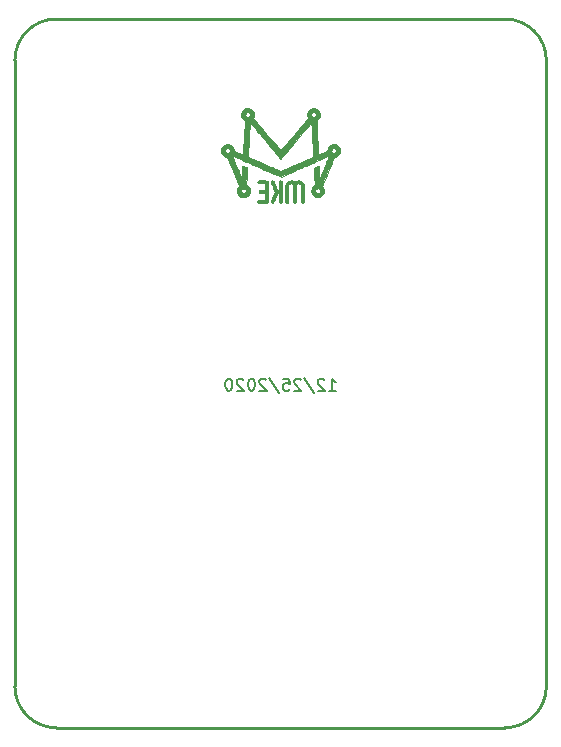
<source format=gbr>
%TF.GenerationSoftware,KiCad,Pcbnew,(5.1.8)-1*%
%TF.CreationDate,2020-12-28T19:23:03-06:00*%
%TF.ProjectId,Reaction Time Game,52656163-7469-46f6-9e20-54696d652047,rev?*%
%TF.SameCoordinates,Original*%
%TF.FileFunction,Legend,Bot*%
%TF.FilePolarity,Positive*%
%FSLAX46Y46*%
G04 Gerber Fmt 4.6, Leading zero omitted, Abs format (unit mm)*
G04 Created by KiCad (PCBNEW (5.1.8)-1) date 2020-12-28 19:23:03*
%MOMM*%
%LPD*%
G01*
G04 APERTURE LIST*
%ADD10C,0.150000*%
%TA.AperFunction,Profile*%
%ADD11C,0.254000*%
%TD*%
%ADD12C,0.010000*%
G04 APERTURE END LIST*
D10*
X104095238Y-101452380D02*
X104666666Y-101452380D01*
X104380952Y-101452380D02*
X104380952Y-100452380D01*
X104476190Y-100595238D01*
X104571428Y-100690476D01*
X104666666Y-100738095D01*
X103714285Y-100547619D02*
X103666666Y-100500000D01*
X103571428Y-100452380D01*
X103333333Y-100452380D01*
X103238095Y-100500000D01*
X103190476Y-100547619D01*
X103142857Y-100642857D01*
X103142857Y-100738095D01*
X103190476Y-100880952D01*
X103761904Y-101452380D01*
X103142857Y-101452380D01*
X102000000Y-100404761D02*
X102857142Y-101690476D01*
X101714285Y-100547619D02*
X101666666Y-100500000D01*
X101571428Y-100452380D01*
X101333333Y-100452380D01*
X101238095Y-100500000D01*
X101190476Y-100547619D01*
X101142857Y-100642857D01*
X101142857Y-100738095D01*
X101190476Y-100880952D01*
X101761904Y-101452380D01*
X101142857Y-101452380D01*
X100238095Y-100452380D02*
X100714285Y-100452380D01*
X100761904Y-100928571D01*
X100714285Y-100880952D01*
X100619047Y-100833333D01*
X100380952Y-100833333D01*
X100285714Y-100880952D01*
X100238095Y-100928571D01*
X100190476Y-101023809D01*
X100190476Y-101261904D01*
X100238095Y-101357142D01*
X100285714Y-101404761D01*
X100380952Y-101452380D01*
X100619047Y-101452380D01*
X100714285Y-101404761D01*
X100761904Y-101357142D01*
X99047619Y-100404761D02*
X99904761Y-101690476D01*
X98761904Y-100547619D02*
X98714285Y-100500000D01*
X98619047Y-100452380D01*
X98380952Y-100452380D01*
X98285714Y-100500000D01*
X98238095Y-100547619D01*
X98190476Y-100642857D01*
X98190476Y-100738095D01*
X98238095Y-100880952D01*
X98809523Y-101452380D01*
X98190476Y-101452380D01*
X97571428Y-100452380D02*
X97476190Y-100452380D01*
X97380952Y-100500000D01*
X97333333Y-100547619D01*
X97285714Y-100642857D01*
X97238095Y-100833333D01*
X97238095Y-101071428D01*
X97285714Y-101261904D01*
X97333333Y-101357142D01*
X97380952Y-101404761D01*
X97476190Y-101452380D01*
X97571428Y-101452380D01*
X97666666Y-101404761D01*
X97714285Y-101357142D01*
X97761904Y-101261904D01*
X97809523Y-101071428D01*
X97809523Y-100833333D01*
X97761904Y-100642857D01*
X97714285Y-100547619D01*
X97666666Y-100500000D01*
X97571428Y-100452380D01*
X96857142Y-100547619D02*
X96809523Y-100500000D01*
X96714285Y-100452380D01*
X96476190Y-100452380D01*
X96380952Y-100500000D01*
X96333333Y-100547619D01*
X96285714Y-100642857D01*
X96285714Y-100738095D01*
X96333333Y-100880952D01*
X96904761Y-101452380D01*
X96285714Y-101452380D01*
X95666666Y-100452380D02*
X95571428Y-100452380D01*
X95476190Y-100500000D01*
X95428571Y-100547619D01*
X95380952Y-100642857D01*
X95333333Y-100833333D01*
X95333333Y-101071428D01*
X95380952Y-101261904D01*
X95428571Y-101357142D01*
X95476190Y-101404761D01*
X95571428Y-101452380D01*
X95666666Y-101452380D01*
X95761904Y-101404761D01*
X95809523Y-101357142D01*
X95857142Y-101261904D01*
X95904761Y-101071428D01*
X95904761Y-100833333D01*
X95857142Y-100642857D01*
X95809523Y-100547619D01*
X95761904Y-100500000D01*
X95666666Y-100452380D01*
D11*
X122500000Y-73500000D02*
X122500000Y-126500000D01*
X77500000Y-126500000D02*
X77500000Y-73500000D01*
X81000000Y-130000000D02*
X119000000Y-130000000D01*
X81000000Y-70000000D02*
X119000000Y-70000000D01*
X122500000Y-126500000D02*
G75*
G02*
X119000000Y-130000000I-3500000J0D01*
G01*
X81000000Y-130000000D02*
G75*
G02*
X77500000Y-126500000I0J3500000D01*
G01*
X119000000Y-70000000D02*
G75*
G02*
X122500000Y-73500000I0J-3500000D01*
G01*
X77500000Y-73500000D02*
G75*
G02*
X81000000Y-70000000I3500000J0D01*
G01*
D12*
G36*
X101439561Y-83672335D02*
G01*
X101368948Y-83692363D01*
X101297875Y-83719691D01*
X101238935Y-83749428D01*
X101204718Y-83776683D01*
X101203454Y-83778564D01*
X101179595Y-83782591D01*
X101133040Y-83759752D01*
X101121945Y-83752463D01*
X101008731Y-83692674D01*
X100892885Y-83668223D01*
X100807113Y-83670317D01*
X100676551Y-83701730D01*
X100566866Y-83764975D01*
X100481620Y-83856854D01*
X100424380Y-83974165D01*
X100410319Y-84026573D01*
X100404088Y-84078217D01*
X100399293Y-84166797D01*
X100395977Y-84290199D01*
X100394181Y-84446306D01*
X100393947Y-84633002D01*
X100394910Y-84802552D01*
X100396581Y-84984940D01*
X100398395Y-85132213D01*
X100400567Y-85248335D01*
X100403316Y-85337266D01*
X100406857Y-85402970D01*
X100411408Y-85449408D01*
X100417186Y-85480543D01*
X100424407Y-85500338D01*
X100433288Y-85512754D01*
X100433801Y-85513273D01*
X100479578Y-85538000D01*
X100538568Y-85545701D01*
X100592044Y-85535373D01*
X100611228Y-85522772D01*
X100618026Y-85504483D01*
X100623942Y-85462492D01*
X100629088Y-85394321D01*
X100633573Y-85297491D01*
X100637507Y-85169523D01*
X100640999Y-85007938D01*
X100644160Y-84810256D01*
X100644769Y-84765656D01*
X100654539Y-84032282D01*
X100718347Y-83975295D01*
X100792867Y-83930345D01*
X100871134Y-83919075D01*
X100944404Y-83940022D01*
X101003935Y-83991726D01*
X101024828Y-84026544D01*
X101033022Y-84048926D01*
X101039636Y-84080635D01*
X101044829Y-84125646D01*
X101048759Y-84187939D01*
X101051586Y-84271491D01*
X101053467Y-84380280D01*
X101054562Y-84518282D01*
X101055029Y-84689476D01*
X101055077Y-84784419D01*
X101055077Y-85478548D01*
X101106558Y-85519043D01*
X101160577Y-85552493D01*
X101204828Y-85553224D01*
X101251807Y-85520633D01*
X101261119Y-85511580D01*
X101309077Y-85463622D01*
X101309077Y-84768148D01*
X101309245Y-84573218D01*
X101310078Y-84413559D01*
X101312067Y-84285366D01*
X101315705Y-84184833D01*
X101321484Y-84108154D01*
X101329896Y-84051525D01*
X101341435Y-84011140D01*
X101356591Y-83983193D01*
X101375857Y-83963880D01*
X101399726Y-83949394D01*
X101415993Y-83941650D01*
X101503942Y-83919579D01*
X101585591Y-83934244D01*
X101635257Y-83965435D01*
X101690077Y-84012563D01*
X101699846Y-84746304D01*
X101702620Y-84939426D01*
X101705417Y-85097073D01*
X101708421Y-85222844D01*
X101711819Y-85320343D01*
X101715794Y-85393168D01*
X101720531Y-85444923D01*
X101726215Y-85479207D01*
X101733031Y-85499621D01*
X101738923Y-85507926D01*
X101801698Y-85544620D01*
X101869883Y-85544068D01*
X101895231Y-85534116D01*
X101944077Y-85509548D01*
X101949191Y-84752677D01*
X101950401Y-84559903D01*
X101951065Y-84402217D01*
X101951027Y-84275630D01*
X101950131Y-84176157D01*
X101948221Y-84099809D01*
X101945142Y-84042599D01*
X101940737Y-84000540D01*
X101934849Y-83969644D01*
X101927323Y-83945924D01*
X101918004Y-83925392D01*
X101916711Y-83922864D01*
X101840472Y-83815046D01*
X101739492Y-83733121D01*
X101620912Y-83681487D01*
X101497121Y-83664498D01*
X101439561Y-83672335D01*
G37*
X101439561Y-83672335D02*
X101368948Y-83692363D01*
X101297875Y-83719691D01*
X101238935Y-83749428D01*
X101204718Y-83776683D01*
X101203454Y-83778564D01*
X101179595Y-83782591D01*
X101133040Y-83759752D01*
X101121945Y-83752463D01*
X101008731Y-83692674D01*
X100892885Y-83668223D01*
X100807113Y-83670317D01*
X100676551Y-83701730D01*
X100566866Y-83764975D01*
X100481620Y-83856854D01*
X100424380Y-83974165D01*
X100410319Y-84026573D01*
X100404088Y-84078217D01*
X100399293Y-84166797D01*
X100395977Y-84290199D01*
X100394181Y-84446306D01*
X100393947Y-84633002D01*
X100394910Y-84802552D01*
X100396581Y-84984940D01*
X100398395Y-85132213D01*
X100400567Y-85248335D01*
X100403316Y-85337266D01*
X100406857Y-85402970D01*
X100411408Y-85449408D01*
X100417186Y-85480543D01*
X100424407Y-85500338D01*
X100433288Y-85512754D01*
X100433801Y-85513273D01*
X100479578Y-85538000D01*
X100538568Y-85545701D01*
X100592044Y-85535373D01*
X100611228Y-85522772D01*
X100618026Y-85504483D01*
X100623942Y-85462492D01*
X100629088Y-85394321D01*
X100633573Y-85297491D01*
X100637507Y-85169523D01*
X100640999Y-85007938D01*
X100644160Y-84810256D01*
X100644769Y-84765656D01*
X100654539Y-84032282D01*
X100718347Y-83975295D01*
X100792867Y-83930345D01*
X100871134Y-83919075D01*
X100944404Y-83940022D01*
X101003935Y-83991726D01*
X101024828Y-84026544D01*
X101033022Y-84048926D01*
X101039636Y-84080635D01*
X101044829Y-84125646D01*
X101048759Y-84187939D01*
X101051586Y-84271491D01*
X101053467Y-84380280D01*
X101054562Y-84518282D01*
X101055029Y-84689476D01*
X101055077Y-84784419D01*
X101055077Y-85478548D01*
X101106558Y-85519043D01*
X101160577Y-85552493D01*
X101204828Y-85553224D01*
X101251807Y-85520633D01*
X101261119Y-85511580D01*
X101309077Y-85463622D01*
X101309077Y-84768148D01*
X101309245Y-84573218D01*
X101310078Y-84413559D01*
X101312067Y-84285366D01*
X101315705Y-84184833D01*
X101321484Y-84108154D01*
X101329896Y-84051525D01*
X101341435Y-84011140D01*
X101356591Y-83983193D01*
X101375857Y-83963880D01*
X101399726Y-83949394D01*
X101415993Y-83941650D01*
X101503942Y-83919579D01*
X101585591Y-83934244D01*
X101635257Y-83965435D01*
X101690077Y-84012563D01*
X101699846Y-84746304D01*
X101702620Y-84939426D01*
X101705417Y-85097073D01*
X101708421Y-85222844D01*
X101711819Y-85320343D01*
X101715794Y-85393168D01*
X101720531Y-85444923D01*
X101726215Y-85479207D01*
X101733031Y-85499621D01*
X101738923Y-85507926D01*
X101801698Y-85544620D01*
X101869883Y-85544068D01*
X101895231Y-85534116D01*
X101944077Y-85509548D01*
X101949191Y-84752677D01*
X101950401Y-84559903D01*
X101951065Y-84402217D01*
X101951027Y-84275630D01*
X101950131Y-84176157D01*
X101948221Y-84099809D01*
X101945142Y-84042599D01*
X101940737Y-84000540D01*
X101934849Y-83969644D01*
X101927323Y-83945924D01*
X101918004Y-83925392D01*
X101916711Y-83922864D01*
X101840472Y-83815046D01*
X101739492Y-83733121D01*
X101620912Y-83681487D01*
X101497121Y-83664498D01*
X101439561Y-83672335D01*
G36*
X99928977Y-83687142D02*
G01*
X99915105Y-83700038D01*
X99903074Y-83718533D01*
X99894375Y-83747265D01*
X99888501Y-83792069D01*
X99884948Y-83858782D01*
X99883206Y-83953240D01*
X99882769Y-84072554D01*
X99881601Y-84194053D01*
X99878321Y-84298739D01*
X99873266Y-84380381D01*
X99866772Y-84432748D01*
X99862544Y-84447130D01*
X99827386Y-84477620D01*
X99794488Y-84484923D01*
X99775554Y-84482767D01*
X99757529Y-84473659D01*
X99738165Y-84453636D01*
X99715214Y-84418736D01*
X99686428Y-84364998D01*
X99649561Y-84288460D01*
X99602364Y-84185159D01*
X99542589Y-84051133D01*
X99521914Y-84004445D01*
X99476348Y-83904355D01*
X99433714Y-83816000D01*
X99397417Y-83746048D01*
X99370862Y-83701164D01*
X99360631Y-83688731D01*
X99305648Y-83667811D01*
X99246516Y-83675070D01*
X99195321Y-83705025D01*
X99164149Y-83752189D01*
X99159846Y-83779837D01*
X99167696Y-83807887D01*
X99189682Y-83865747D01*
X99223463Y-83947794D01*
X99266696Y-84048408D01*
X99317039Y-84161966D01*
X99342585Y-84218421D01*
X99394535Y-84334473D01*
X99439480Y-84438744D01*
X99475304Y-84525996D01*
X99499890Y-84590989D01*
X99511121Y-84628481D01*
X99511033Y-84635315D01*
X99495869Y-84661126D01*
X99468797Y-84716069D01*
X99432670Y-84793601D01*
X99390340Y-84887176D01*
X99344659Y-84990254D01*
X99298481Y-85096289D01*
X99254657Y-85198738D01*
X99216041Y-85291059D01*
X99185485Y-85366707D01*
X99165841Y-85419140D01*
X99159846Y-85440892D01*
X99175290Y-85478346D01*
X99212291Y-85519100D01*
X99256852Y-85550236D01*
X99288392Y-85559538D01*
X99320021Y-85549668D01*
X99355041Y-85518003D01*
X99395399Y-85461458D01*
X99443043Y-85376951D01*
X99499923Y-85261397D01*
X99560004Y-85129692D01*
X99624175Y-84987375D01*
X99675849Y-84878350D01*
X99717320Y-84799738D01*
X99750880Y-84748661D01*
X99778824Y-84722242D01*
X99803444Y-84717601D01*
X99827034Y-84731862D01*
X99851888Y-84762145D01*
X99852354Y-84762809D01*
X99863953Y-84786434D01*
X99872312Y-84822971D01*
X99877895Y-84878193D01*
X99881169Y-84957875D01*
X99882600Y-85067791D01*
X99882769Y-85140074D01*
X99883453Y-85272481D01*
X99886277Y-85371188D01*
X99892402Y-85441561D01*
X99902990Y-85488965D01*
X99919202Y-85518764D01*
X99942198Y-85536325D01*
X99970692Y-85546376D01*
X100020465Y-85547616D01*
X100052454Y-85539681D01*
X100096025Y-85509395D01*
X100115954Y-85483771D01*
X100121892Y-85452260D01*
X100126842Y-85381900D01*
X100130801Y-85272906D01*
X100133762Y-85125493D01*
X100135721Y-84939876D01*
X100136672Y-84716271D01*
X100136769Y-84606073D01*
X100136718Y-84403032D01*
X100136454Y-84235409D01*
X100135810Y-84099543D01*
X100134619Y-83991775D01*
X100132717Y-83908445D01*
X100129935Y-83845894D01*
X100126107Y-83800461D01*
X100121067Y-83768488D01*
X100114649Y-83746315D01*
X100106686Y-83730282D01*
X100097012Y-83716728D01*
X100096274Y-83715789D01*
X100044343Y-83675113D01*
X99984444Y-83665205D01*
X99928977Y-83687142D01*
G37*
X99928977Y-83687142D02*
X99915105Y-83700038D01*
X99903074Y-83718533D01*
X99894375Y-83747265D01*
X99888501Y-83792069D01*
X99884948Y-83858782D01*
X99883206Y-83953240D01*
X99882769Y-84072554D01*
X99881601Y-84194053D01*
X99878321Y-84298739D01*
X99873266Y-84380381D01*
X99866772Y-84432748D01*
X99862544Y-84447130D01*
X99827386Y-84477620D01*
X99794488Y-84484923D01*
X99775554Y-84482767D01*
X99757529Y-84473659D01*
X99738165Y-84453636D01*
X99715214Y-84418736D01*
X99686428Y-84364998D01*
X99649561Y-84288460D01*
X99602364Y-84185159D01*
X99542589Y-84051133D01*
X99521914Y-84004445D01*
X99476348Y-83904355D01*
X99433714Y-83816000D01*
X99397417Y-83746048D01*
X99370862Y-83701164D01*
X99360631Y-83688731D01*
X99305648Y-83667811D01*
X99246516Y-83675070D01*
X99195321Y-83705025D01*
X99164149Y-83752189D01*
X99159846Y-83779837D01*
X99167696Y-83807887D01*
X99189682Y-83865747D01*
X99223463Y-83947794D01*
X99266696Y-84048408D01*
X99317039Y-84161966D01*
X99342585Y-84218421D01*
X99394535Y-84334473D01*
X99439480Y-84438744D01*
X99475304Y-84525996D01*
X99499890Y-84590989D01*
X99511121Y-84628481D01*
X99511033Y-84635315D01*
X99495869Y-84661126D01*
X99468797Y-84716069D01*
X99432670Y-84793601D01*
X99390340Y-84887176D01*
X99344659Y-84990254D01*
X99298481Y-85096289D01*
X99254657Y-85198738D01*
X99216041Y-85291059D01*
X99185485Y-85366707D01*
X99165841Y-85419140D01*
X99159846Y-85440892D01*
X99175290Y-85478346D01*
X99212291Y-85519100D01*
X99256852Y-85550236D01*
X99288392Y-85559538D01*
X99320021Y-85549668D01*
X99355041Y-85518003D01*
X99395399Y-85461458D01*
X99443043Y-85376951D01*
X99499923Y-85261397D01*
X99560004Y-85129692D01*
X99624175Y-84987375D01*
X99675849Y-84878350D01*
X99717320Y-84799738D01*
X99750880Y-84748661D01*
X99778824Y-84722242D01*
X99803444Y-84717601D01*
X99827034Y-84731862D01*
X99851888Y-84762145D01*
X99852354Y-84762809D01*
X99863953Y-84786434D01*
X99872312Y-84822971D01*
X99877895Y-84878193D01*
X99881169Y-84957875D01*
X99882600Y-85067791D01*
X99882769Y-85140074D01*
X99883453Y-85272481D01*
X99886277Y-85371188D01*
X99892402Y-85441561D01*
X99902990Y-85488965D01*
X99919202Y-85518764D01*
X99942198Y-85536325D01*
X99970692Y-85546376D01*
X100020465Y-85547616D01*
X100052454Y-85539681D01*
X100096025Y-85509395D01*
X100115954Y-85483771D01*
X100121892Y-85452260D01*
X100126842Y-85381900D01*
X100130801Y-85272906D01*
X100133762Y-85125493D01*
X100135721Y-84939876D01*
X100136672Y-84716271D01*
X100136769Y-84606073D01*
X100136718Y-84403032D01*
X100136454Y-84235409D01*
X100135810Y-84099543D01*
X100134619Y-83991775D01*
X100132717Y-83908445D01*
X100129935Y-83845894D01*
X100126107Y-83800461D01*
X100121067Y-83768488D01*
X100114649Y-83746315D01*
X100106686Y-83730282D01*
X100097012Y-83716728D01*
X100096274Y-83715789D01*
X100044343Y-83675113D01*
X99984444Y-83665205D01*
X99928977Y-83687142D01*
G36*
X98332198Y-83664621D02*
G01*
X98235038Y-83665893D01*
X98165761Y-83668618D01*
X98118771Y-83673291D01*
X98088471Y-83680408D01*
X98069267Y-83690462D01*
X98058951Y-83700038D01*
X98030709Y-83757695D01*
X98032601Y-83824319D01*
X98054307Y-83870612D01*
X98068766Y-83885605D01*
X98091012Y-83896366D01*
X98127487Y-83903804D01*
X98184636Y-83908831D01*
X98268902Y-83912358D01*
X98367450Y-83914873D01*
X98652902Y-83921208D01*
X98647489Y-84198181D01*
X98642077Y-84475154D01*
X98418067Y-84484923D01*
X98321514Y-84489517D01*
X98256458Y-84494513D01*
X98215344Y-84501752D01*
X98190619Y-84513074D01*
X98174729Y-84530321D01*
X98164986Y-84546604D01*
X98146601Y-84594258D01*
X98154659Y-84639091D01*
X98159180Y-84649573D01*
X98184397Y-84687339D01*
X98223958Y-84713292D01*
X98284273Y-84729289D01*
X98371750Y-84737187D01*
X98467503Y-84738923D01*
X98651846Y-84738923D01*
X98651846Y-85010371D01*
X98651235Y-85120747D01*
X98648967Y-85198043D01*
X98644388Y-85248246D01*
X98636846Y-85277338D01*
X98625688Y-85291306D01*
X98620941Y-85293679D01*
X98590376Y-85298186D01*
X98529318Y-85301906D01*
X98446346Y-85304475D01*
X98350042Y-85305530D01*
X98340661Y-85305538D01*
X98235316Y-85306195D01*
X98161963Y-85308762D01*
X98113534Y-85314136D01*
X98082957Y-85323215D01*
X98063162Y-85336895D01*
X98058951Y-85341269D01*
X98032642Y-85393495D01*
X98028551Y-85454904D01*
X98041966Y-85494816D01*
X98069901Y-85518227D01*
X98111324Y-85538777D01*
X98152338Y-85546533D01*
X98223431Y-85552270D01*
X98315862Y-85556002D01*
X98420890Y-85557740D01*
X98529774Y-85557497D01*
X98633772Y-85555284D01*
X98724143Y-85551114D01*
X98792148Y-85544999D01*
X98827141Y-85537788D01*
X98869266Y-85514764D01*
X98890342Y-85495065D01*
X98893442Y-85471201D01*
X98896337Y-85412320D01*
X98898958Y-85322480D01*
X98901236Y-85205739D01*
X98903102Y-85066158D01*
X98904488Y-84907793D01*
X98905324Y-84734706D01*
X98905547Y-84600297D01*
X98905541Y-84392524D01*
X98905277Y-84220334D01*
X98904616Y-84080233D01*
X98903423Y-83968727D01*
X98901559Y-83882321D01*
X98898889Y-83817522D01*
X98895275Y-83770836D01*
X98890581Y-83738769D01*
X98884668Y-83717826D01*
X98877401Y-83704515D01*
X98870116Y-83696643D01*
X98852575Y-83685150D01*
X98825341Y-83676686D01*
X98782889Y-83670812D01*
X98719696Y-83667089D01*
X98630237Y-83665080D01*
X98508990Y-83664345D01*
X98462836Y-83664308D01*
X98332198Y-83664621D01*
G37*
X98332198Y-83664621D02*
X98235038Y-83665893D01*
X98165761Y-83668618D01*
X98118771Y-83673291D01*
X98088471Y-83680408D01*
X98069267Y-83690462D01*
X98058951Y-83700038D01*
X98030709Y-83757695D01*
X98032601Y-83824319D01*
X98054307Y-83870612D01*
X98068766Y-83885605D01*
X98091012Y-83896366D01*
X98127487Y-83903804D01*
X98184636Y-83908831D01*
X98268902Y-83912358D01*
X98367450Y-83914873D01*
X98652902Y-83921208D01*
X98647489Y-84198181D01*
X98642077Y-84475154D01*
X98418067Y-84484923D01*
X98321514Y-84489517D01*
X98256458Y-84494513D01*
X98215344Y-84501752D01*
X98190619Y-84513074D01*
X98174729Y-84530321D01*
X98164986Y-84546604D01*
X98146601Y-84594258D01*
X98154659Y-84639091D01*
X98159180Y-84649573D01*
X98184397Y-84687339D01*
X98223958Y-84713292D01*
X98284273Y-84729289D01*
X98371750Y-84737187D01*
X98467503Y-84738923D01*
X98651846Y-84738923D01*
X98651846Y-85010371D01*
X98651235Y-85120747D01*
X98648967Y-85198043D01*
X98644388Y-85248246D01*
X98636846Y-85277338D01*
X98625688Y-85291306D01*
X98620941Y-85293679D01*
X98590376Y-85298186D01*
X98529318Y-85301906D01*
X98446346Y-85304475D01*
X98350042Y-85305530D01*
X98340661Y-85305538D01*
X98235316Y-85306195D01*
X98161963Y-85308762D01*
X98113534Y-85314136D01*
X98082957Y-85323215D01*
X98063162Y-85336895D01*
X98058951Y-85341269D01*
X98032642Y-85393495D01*
X98028551Y-85454904D01*
X98041966Y-85494816D01*
X98069901Y-85518227D01*
X98111324Y-85538777D01*
X98152338Y-85546533D01*
X98223431Y-85552270D01*
X98315862Y-85556002D01*
X98420890Y-85557740D01*
X98529774Y-85557497D01*
X98633772Y-85555284D01*
X98724143Y-85551114D01*
X98792148Y-85544999D01*
X98827141Y-85537788D01*
X98869266Y-85514764D01*
X98890342Y-85495065D01*
X98893442Y-85471201D01*
X98896337Y-85412320D01*
X98898958Y-85322480D01*
X98901236Y-85205739D01*
X98903102Y-85066158D01*
X98904488Y-84907793D01*
X98905324Y-84734706D01*
X98905547Y-84600297D01*
X98905541Y-84392524D01*
X98905277Y-84220334D01*
X98904616Y-84080233D01*
X98903423Y-83968727D01*
X98901559Y-83882321D01*
X98898889Y-83817522D01*
X98895275Y-83770836D01*
X98890581Y-83738769D01*
X98884668Y-83717826D01*
X98877401Y-83704515D01*
X98870116Y-83696643D01*
X98852575Y-83685150D01*
X98825341Y-83676686D01*
X98782889Y-83670812D01*
X98719696Y-83667089D01*
X98630237Y-83665080D01*
X98508990Y-83664345D01*
X98462836Y-83664308D01*
X98332198Y-83664621D01*
G36*
X102690977Y-77554685D02*
G01*
X102604789Y-77574679D01*
X102479727Y-77640221D01*
X102378945Y-77732408D01*
X102305045Y-77845370D01*
X102260628Y-77973240D01*
X102248294Y-78110150D01*
X102270645Y-78250232D01*
X102285574Y-78294839D01*
X102306880Y-78356830D01*
X102312471Y-78394923D01*
X102303457Y-78420488D01*
X102298482Y-78426933D01*
X102183664Y-78562303D01*
X102048615Y-78721331D01*
X101897511Y-78899116D01*
X101734523Y-79090756D01*
X101563827Y-79291350D01*
X101389594Y-79495999D01*
X101215998Y-79699801D01*
X101047214Y-79897854D01*
X100887413Y-80085259D01*
X100740770Y-80257114D01*
X100611459Y-80408519D01*
X100512738Y-80523957D01*
X99998102Y-81125221D01*
X98863810Y-79801034D01*
X98695620Y-79604592D01*
X98534367Y-79416071D01*
X98381913Y-79237657D01*
X98240120Y-79071536D01*
X98110848Y-78919895D01*
X97995958Y-78784921D01*
X97897313Y-78668799D01*
X97816772Y-78573717D01*
X97756198Y-78501860D01*
X97717451Y-78455416D01*
X97702584Y-78436868D01*
X97688682Y-78408443D01*
X97688567Y-78375376D01*
X97703293Y-78324956D01*
X97714364Y-78295005D01*
X97748411Y-78155090D01*
X97747641Y-78082337D01*
X97405292Y-78082337D01*
X97388992Y-78170368D01*
X97344836Y-78237138D01*
X97279946Y-78278265D01*
X97201441Y-78289364D01*
X97116443Y-78266054D01*
X97111141Y-78263388D01*
X97053065Y-78214336D01*
X97020528Y-78147337D01*
X97013001Y-78072444D01*
X97029953Y-77999708D01*
X97070854Y-77939184D01*
X97130168Y-77902580D01*
X97201458Y-77884020D01*
X97256107Y-77889802D01*
X97310190Y-77923262D01*
X97335241Y-77945120D01*
X97381115Y-77994204D01*
X97401590Y-78039891D01*
X97405292Y-78082337D01*
X97747641Y-78082337D01*
X97746943Y-78016490D01*
X97712555Y-77885066D01*
X97647844Y-77766678D01*
X97555407Y-77667187D01*
X97437839Y-77592453D01*
X97395212Y-77574679D01*
X97342013Y-77562192D01*
X97267914Y-77553343D01*
X97206000Y-77550446D01*
X97065061Y-77565856D01*
X96940661Y-77616039D01*
X96829862Y-77702327D01*
X96799454Y-77734749D01*
X96718466Y-77853544D01*
X96673259Y-77981483D01*
X96663147Y-78113676D01*
X96687440Y-78245233D01*
X96745451Y-78371262D01*
X96836492Y-78486875D01*
X96914922Y-78555540D01*
X96965766Y-78594077D01*
X96888806Y-80010615D01*
X96875997Y-80242414D01*
X96863396Y-80462889D01*
X96851206Y-80668921D01*
X96839633Y-80857394D01*
X96828880Y-81025191D01*
X96819151Y-81169194D01*
X96810651Y-81286286D01*
X96803583Y-81373350D01*
X96798153Y-81427269D01*
X96794872Y-81444843D01*
X96771843Y-81443133D01*
X96717788Y-81426435D01*
X96637055Y-81396363D01*
X96533995Y-81354531D01*
X96420450Y-81305843D01*
X96063000Y-81149154D01*
X96059747Y-81136745D01*
X95701524Y-81136745D01*
X95689677Y-81208448D01*
X95649664Y-81273585D01*
X95594077Y-81316553D01*
X95516843Y-81338197D01*
X95435634Y-81326082D01*
X95371548Y-81289207D01*
X95316951Y-81221093D01*
X95296976Y-81142223D01*
X95313418Y-81060795D01*
X95319012Y-81049106D01*
X95361084Y-80990342D01*
X95417503Y-80958663D01*
X95498615Y-80948510D01*
X95506373Y-80948461D01*
X95587629Y-80964334D01*
X95648544Y-81006478D01*
X95687161Y-81066685D01*
X95701524Y-81136745D01*
X96059747Y-81136745D01*
X96031679Y-81029684D01*
X95976959Y-80887180D01*
X95896900Y-80770391D01*
X95796021Y-80681475D01*
X95678842Y-80622589D01*
X95549884Y-80595891D01*
X95413667Y-80603538D01*
X95274712Y-80647687D01*
X95252994Y-80658049D01*
X95131939Y-80737201D01*
X95043361Y-80837754D01*
X94986861Y-80960371D01*
X94962040Y-81105715D01*
X94960754Y-81143846D01*
X94977789Y-81284107D01*
X95029145Y-81411641D01*
X95110769Y-81521093D01*
X95218607Y-81607108D01*
X95348606Y-81664330D01*
X95356431Y-81666567D01*
X95420049Y-81685836D01*
X95459939Y-81706412D01*
X95488260Y-81738787D01*
X95517172Y-81793453D01*
X95526702Y-81813492D01*
X95543666Y-81852133D01*
X95573653Y-81923520D01*
X95615214Y-82024099D01*
X95666904Y-82150317D01*
X95727276Y-82298621D01*
X95794884Y-82465457D01*
X95868280Y-82647271D01*
X95946018Y-82840509D01*
X96024491Y-83036223D01*
X96468053Y-84144293D01*
X96408059Y-84238894D01*
X96344545Y-84372408D01*
X96318038Y-84510822D01*
X96328484Y-84649014D01*
X96375829Y-84781863D01*
X96414495Y-84846384D01*
X96511376Y-84955456D01*
X96625420Y-85032452D01*
X96750948Y-85076684D01*
X96882282Y-85087461D01*
X97013743Y-85064092D01*
X97139653Y-85005887D01*
X97220987Y-84944459D01*
X97313043Y-84844133D01*
X97370468Y-84736428D01*
X97396459Y-84613380D01*
X97396945Y-84541697D01*
X97061641Y-84541697D01*
X97059133Y-84584111D01*
X97025746Y-84653517D01*
X96966629Y-84704561D01*
X96892508Y-84732948D01*
X96814112Y-84734381D01*
X96748135Y-84708663D01*
X96695058Y-84653026D01*
X96667796Y-84580184D01*
X96666993Y-84501959D01*
X96693292Y-84430173D01*
X96730669Y-84388077D01*
X96794312Y-84358397D01*
X96873591Y-84348164D01*
X96949446Y-84358849D01*
X96974477Y-84369265D01*
X97015598Y-84409530D01*
X97046790Y-84472434D01*
X97061641Y-84541697D01*
X97396945Y-84541697D01*
X97397192Y-84505315D01*
X97388352Y-84421858D01*
X97373643Y-84346907D01*
X97356320Y-84296325D01*
X97310400Y-84227845D01*
X97245931Y-84154757D01*
X97177618Y-84092982D01*
X97151054Y-84074072D01*
X97105878Y-84045308D01*
X97146209Y-83324052D01*
X97155197Y-83160361D01*
X97163171Y-83009374D01*
X97169925Y-82875433D01*
X97175254Y-82762879D01*
X97178953Y-82676055D01*
X97180816Y-82619304D01*
X97180639Y-82596966D01*
X97180561Y-82596817D01*
X97160151Y-82585958D01*
X97113333Y-82564466D01*
X97048799Y-82536040D01*
X96975242Y-82504380D01*
X96901354Y-82473187D01*
X96835830Y-82446162D01*
X96787360Y-82427003D01*
X96764638Y-82419411D01*
X96763991Y-82419497D01*
X96761661Y-82439472D01*
X96757526Y-82493368D01*
X96751917Y-82576086D01*
X96745168Y-82682530D01*
X96737612Y-82807600D01*
X96729581Y-82946200D01*
X96729420Y-82949042D01*
X96721260Y-83088072D01*
X96713356Y-83213864D01*
X96706072Y-83321277D01*
X96699775Y-83405170D01*
X96694829Y-83460402D01*
X96691599Y-83481833D01*
X96691565Y-83481871D01*
X96681407Y-83467026D01*
X96657609Y-83416937D01*
X96620662Y-83332794D01*
X96571061Y-83215784D01*
X96509299Y-83067095D01*
X96435869Y-82887914D01*
X96351266Y-82679431D01*
X96255982Y-82442833D01*
X96151546Y-82181903D01*
X96094834Y-82038897D01*
X96043534Y-81907743D01*
X95999281Y-81792765D01*
X95963712Y-81698287D01*
X95938461Y-81628632D01*
X95925164Y-81588126D01*
X95923680Y-81579499D01*
X95943672Y-81583882D01*
X95993171Y-81601773D01*
X96066002Y-81630744D01*
X96155994Y-81668367D01*
X96222532Y-81697081D01*
X96336075Y-81746699D01*
X96467827Y-81804331D01*
X96613427Y-81868064D01*
X96768516Y-81935987D01*
X96928734Y-82006187D01*
X97089719Y-82076753D01*
X97247112Y-82145771D01*
X97396553Y-82211330D01*
X97533682Y-82271518D01*
X97654138Y-82324422D01*
X97753561Y-82368132D01*
X97827592Y-82400733D01*
X97871869Y-82420315D01*
X97880077Y-82423985D01*
X97910504Y-82437469D01*
X97972552Y-82464753D01*
X98062028Y-82504003D01*
X98174742Y-82553382D01*
X98306501Y-82611055D01*
X98453115Y-82675185D01*
X98610391Y-82743936D01*
X98661616Y-82766319D01*
X98821388Y-82836143D01*
X98971821Y-82901920D01*
X99108725Y-82961812D01*
X99227907Y-83013986D01*
X99325176Y-83056606D01*
X99396342Y-83087837D01*
X99437212Y-83105845D01*
X99443154Y-83108491D01*
X99482630Y-83125923D01*
X99549335Y-83155077D01*
X99634619Y-83192183D01*
X99729835Y-83233474D01*
X99750157Y-83242270D01*
X99998546Y-83349736D01*
X100805234Y-82997953D01*
X100973954Y-82924353D01*
X101133300Y-82854795D01*
X101279345Y-82790998D01*
X101408161Y-82734679D01*
X101515821Y-82687556D01*
X101598396Y-82651346D01*
X101651960Y-82627768D01*
X101670539Y-82619496D01*
X101706837Y-82603294D01*
X101775985Y-82572742D01*
X101875027Y-82529137D01*
X102001006Y-82473776D01*
X102150963Y-82407956D01*
X102321943Y-82332975D01*
X102510988Y-82250129D01*
X102715141Y-82160715D01*
X102931445Y-82066031D01*
X103156943Y-81967373D01*
X103262923Y-81921023D01*
X103457231Y-81836148D01*
X103618713Y-81765857D01*
X103750283Y-81708934D01*
X103848687Y-81666805D01*
X102754923Y-81666805D01*
X101968500Y-82010569D01*
X101774753Y-82095310D01*
X101567342Y-82186115D01*
X101354452Y-82279394D01*
X101144268Y-82371559D01*
X100944975Y-82459021D01*
X100764758Y-82538190D01*
X100611802Y-82605477D01*
X100605692Y-82608167D01*
X100464975Y-82669845D01*
X100335236Y-82726151D01*
X100220913Y-82775202D01*
X100126447Y-82815116D01*
X100056278Y-82844009D01*
X100014845Y-82859998D01*
X100005781Y-82862616D01*
X99981331Y-82855357D01*
X99926935Y-82834759D01*
X99848433Y-82803179D01*
X99751664Y-82762972D01*
X99642469Y-82716495D01*
X99624781Y-82708870D01*
X99542345Y-82673137D01*
X99430771Y-82624573D01*
X99295191Y-82565427D01*
X99140739Y-82497947D01*
X98972545Y-82424384D01*
X98795742Y-82346985D01*
X98615462Y-82268000D01*
X98436838Y-82189678D01*
X98265000Y-82114269D01*
X98105082Y-82044020D01*
X97962216Y-81981183D01*
X97841533Y-81928004D01*
X97748166Y-81886734D01*
X97704231Y-81867214D01*
X97652622Y-81844362D01*
X97577162Y-81811145D01*
X97489817Y-81772823D01*
X97435577Y-81749085D01*
X97350250Y-81710886D01*
X97294866Y-81682859D01*
X97263129Y-81660559D01*
X97248741Y-81639542D01*
X97245406Y-81615362D01*
X97245409Y-81614863D01*
X97246589Y-81569927D01*
X97249638Y-81492095D01*
X97254354Y-81385207D01*
X97260533Y-81253101D01*
X97267971Y-81099620D01*
X97276466Y-80928601D01*
X97285814Y-80743887D01*
X97295813Y-80549315D01*
X97306257Y-80348727D01*
X97316945Y-80145962D01*
X97327673Y-79944860D01*
X97338238Y-79749262D01*
X97348436Y-79563006D01*
X97358064Y-79389934D01*
X97366919Y-79233885D01*
X97374798Y-79098698D01*
X97381496Y-78988215D01*
X97386812Y-78906275D01*
X97390541Y-78856718D01*
X97392146Y-78843192D01*
X97411450Y-78820478D01*
X97418869Y-78818769D01*
X97435067Y-78833223D01*
X97475291Y-78876650D01*
X97539621Y-78949142D01*
X97628136Y-79050795D01*
X97740919Y-79181702D01*
X97878048Y-79341959D01*
X98039604Y-79531659D01*
X98225668Y-79750896D01*
X98436321Y-79999766D01*
X98671642Y-80278362D01*
X98931711Y-80586779D01*
X99216610Y-80925111D01*
X99404077Y-81147950D01*
X99523086Y-81289218D01*
X99634404Y-81420889D01*
X99735519Y-81540024D01*
X99823916Y-81643685D01*
X99897084Y-81728932D01*
X99952510Y-81792826D01*
X99987680Y-81832429D01*
X100000000Y-81844884D01*
X100013780Y-81830284D01*
X100050829Y-81787963D01*
X100109278Y-81720120D01*
X100187259Y-81628953D01*
X100282904Y-81516662D01*
X100394346Y-81385443D01*
X100519716Y-81237497D01*
X100657145Y-81075022D01*
X100804766Y-80900215D01*
X100960710Y-80715275D01*
X101055077Y-80603235D01*
X101283475Y-80331927D01*
X101488002Y-80088972D01*
X101669984Y-79872858D01*
X101830746Y-79682068D01*
X101971615Y-79515088D01*
X102093915Y-79370403D01*
X102198973Y-79246500D01*
X102288114Y-79141863D01*
X102362665Y-79054977D01*
X102423950Y-78984328D01*
X102473295Y-78928402D01*
X102512026Y-78885683D01*
X102541470Y-78854658D01*
X102562951Y-78833811D01*
X102577795Y-78821628D01*
X102587328Y-78816595D01*
X102592877Y-78817196D01*
X102595765Y-78821917D01*
X102597320Y-78829243D01*
X102598866Y-78837661D01*
X102599217Y-78839066D01*
X102602068Y-78850723D01*
X102604774Y-78865050D01*
X102607502Y-78884707D01*
X102610417Y-78912355D01*
X102613685Y-78950656D01*
X102617473Y-79002270D01*
X102621947Y-79069860D01*
X102627271Y-79156087D01*
X102633613Y-79263611D01*
X102641138Y-79395095D01*
X102650012Y-79553199D01*
X102660401Y-79740584D01*
X102672471Y-79959913D01*
X102686389Y-80213845D01*
X102696650Y-80401384D01*
X102707689Y-80605020D01*
X102718044Y-80799560D01*
X102727517Y-80981013D01*
X102735906Y-81145385D01*
X102743014Y-81288684D01*
X102748639Y-81406917D01*
X102752582Y-81496091D01*
X102754645Y-81552215D01*
X102754908Y-81566518D01*
X102754923Y-81666805D01*
X103848687Y-81666805D01*
X103854854Y-81664165D01*
X103935342Y-81630333D01*
X103994660Y-81606223D01*
X104035721Y-81590620D01*
X104061442Y-81582307D01*
X104074734Y-81580070D01*
X104077901Y-81581080D01*
X104072408Y-81600081D01*
X104053856Y-81651170D01*
X104023889Y-81730231D01*
X103984149Y-81833148D01*
X103936280Y-81955803D01*
X103881924Y-82094079D01*
X103822724Y-82243859D01*
X103760323Y-82401026D01*
X103696365Y-82561463D01*
X103632491Y-82721054D01*
X103570346Y-82875681D01*
X103511571Y-83021228D01*
X103457810Y-83153576D01*
X103410706Y-83268610D01*
X103371902Y-83362213D01*
X103343040Y-83430267D01*
X103325763Y-83468655D01*
X103321901Y-83475529D01*
X103315592Y-83474741D01*
X103309491Y-83456601D01*
X103303318Y-83418024D01*
X103296796Y-83355925D01*
X103289644Y-83267218D01*
X103281585Y-83148818D01*
X103272339Y-82997640D01*
X103261629Y-82810599D01*
X103261294Y-82804615D01*
X103254499Y-82687102D01*
X103248103Y-82583795D01*
X103242514Y-82500708D01*
X103238138Y-82443853D01*
X103235383Y-82419243D01*
X103235169Y-82418730D01*
X103216501Y-82424121D01*
X103169274Y-82442422D01*
X103100671Y-82470742D01*
X103019740Y-82505382D01*
X102809123Y-82596921D01*
X102820802Y-82744729D01*
X102825187Y-82808855D01*
X102830781Y-82903755D01*
X102837141Y-83021160D01*
X102843823Y-83152804D01*
X102850385Y-83290417D01*
X102852287Y-83332154D01*
X102858589Y-83469032D01*
X102864940Y-83601605D01*
X102870936Y-83721832D01*
X102876172Y-83821671D01*
X102880246Y-83893083D01*
X102881237Y-83908610D01*
X102890380Y-84045451D01*
X102821149Y-84092889D01*
X102747407Y-84159448D01*
X102679446Y-84248865D01*
X102628831Y-84345352D01*
X102621253Y-84365723D01*
X102600349Y-84473013D01*
X102601334Y-84593967D01*
X102623157Y-84710614D01*
X102644836Y-84768975D01*
X102716665Y-84880568D01*
X102815603Y-84973774D01*
X102932958Y-85043009D01*
X103060039Y-85082687D01*
X103144354Y-85089977D01*
X103204627Y-85082961D01*
X103278434Y-85065879D01*
X103313557Y-85054951D01*
X103425439Y-85003331D01*
X103517235Y-84929468D01*
X103592036Y-84836615D01*
X103655473Y-84711607D01*
X103682627Y-84577549D01*
X103682314Y-84572814D01*
X103335932Y-84572814D01*
X103308989Y-84642088D01*
X103259453Y-84696320D01*
X103194975Y-84730996D01*
X103123206Y-84741602D01*
X103051796Y-84723624D01*
X103002293Y-84687887D01*
X102953996Y-84616136D01*
X102936311Y-84534616D01*
X102951810Y-84455688D01*
X102953330Y-84452393D01*
X102994501Y-84401062D01*
X103056845Y-84359969D01*
X103125288Y-84336859D01*
X103177381Y-84337236D01*
X103241795Y-84369879D01*
X103298310Y-84426023D01*
X103332033Y-84490720D01*
X103332631Y-84493009D01*
X103335932Y-84572814D01*
X103682314Y-84572814D01*
X103673500Y-84439902D01*
X103628091Y-84304124D01*
X103591945Y-84238900D01*
X103531955Y-84144305D01*
X103907519Y-83205806D01*
X104015999Y-82934839D01*
X104110970Y-82697924D01*
X104193376Y-82492810D01*
X104264159Y-82317244D01*
X104324263Y-82168973D01*
X104374631Y-82045744D01*
X104416207Y-81945304D01*
X104449933Y-81865401D01*
X104476754Y-81803782D01*
X104497612Y-81758193D01*
X104513450Y-81726382D01*
X104525212Y-81706097D01*
X104533841Y-81695084D01*
X104540280Y-81691090D01*
X104541804Y-81690923D01*
X104613882Y-81678687D01*
X104700349Y-81646242D01*
X104786974Y-81599983D01*
X104855271Y-81550104D01*
X104952326Y-81442729D01*
X105012906Y-81322443D01*
X105038286Y-81186429D01*
X105039246Y-81143846D01*
X105038831Y-81136309D01*
X104701564Y-81136309D01*
X104687625Y-81206390D01*
X104637001Y-81277028D01*
X104628682Y-81285555D01*
X104586947Y-81322015D01*
X104548117Y-81336551D01*
X104493275Y-81335372D01*
X104480956Y-81334051D01*
X104404078Y-81315231D01*
X104350004Y-81282226D01*
X104315905Y-81223242D01*
X104305025Y-81147705D01*
X104316889Y-81070133D01*
X104351021Y-81005048D01*
X104359382Y-80995891D01*
X104427557Y-80952216D01*
X104504438Y-80940982D01*
X104580218Y-80960218D01*
X104645090Y-81007950D01*
X104680280Y-81060407D01*
X104701564Y-81136309D01*
X105038831Y-81136309D01*
X105034961Y-81066092D01*
X105025186Y-80994765D01*
X105015014Y-80954634D01*
X104949413Y-80829497D01*
X104857021Y-80728631D01*
X104743591Y-80654685D01*
X104614878Y-80610303D01*
X104476637Y-80598131D01*
X104334622Y-80620816D01*
X104307514Y-80629344D01*
X104208911Y-80680143D01*
X104116031Y-80758508D01*
X104040031Y-80853310D01*
X103996692Y-80939457D01*
X103974371Y-81003617D01*
X103955942Y-81054170D01*
X103936965Y-81094519D01*
X103913003Y-81128065D01*
X103879619Y-81158212D01*
X103832375Y-81188363D01*
X103766834Y-81221921D01*
X103678557Y-81262288D01*
X103563108Y-81312868D01*
X103439325Y-81366857D01*
X103356875Y-81402447D01*
X103287679Y-81431342D01*
X103239471Y-81450377D01*
X103220403Y-81456461D01*
X103207719Y-81439462D01*
X103195968Y-81398026D01*
X103195042Y-81392961D01*
X103191860Y-81361330D01*
X103186915Y-81294769D01*
X103180435Y-81197373D01*
X103172647Y-81073240D01*
X103163779Y-80926464D01*
X103154059Y-80761142D01*
X103143715Y-80581369D01*
X103132974Y-80391243D01*
X103122064Y-80194858D01*
X103111212Y-79996311D01*
X103100647Y-79799698D01*
X103090597Y-79609114D01*
X103081287Y-79428656D01*
X103072948Y-79262421D01*
X103065805Y-79114502D01*
X103060088Y-78988998D01*
X103056284Y-78896923D01*
X103043981Y-78574538D01*
X103112639Y-78529248D01*
X103195016Y-78454775D01*
X103264445Y-78353892D01*
X103314691Y-78238685D01*
X103339517Y-78121241D01*
X103340816Y-78092319D01*
X102989385Y-78092319D01*
X102983897Y-78146781D01*
X102961727Y-78189022D01*
X102917869Y-78232744D01*
X102868091Y-78271563D01*
X102826558Y-78287252D01*
X102775724Y-78286033D01*
X102769814Y-78285270D01*
X102709930Y-78270097D01*
X102661890Y-78246100D01*
X102656450Y-78241678D01*
X102607602Y-78174677D01*
X102589888Y-78097848D01*
X102601762Y-78021164D01*
X102641679Y-77954600D01*
X102708091Y-77908130D01*
X102708149Y-77908106D01*
X102788682Y-77888455D01*
X102860272Y-77903814D01*
X102930575Y-77955899D01*
X102933273Y-77958574D01*
X102974748Y-78013279D01*
X102988993Y-78075679D01*
X102989385Y-78092319D01*
X103340816Y-78092319D01*
X103341077Y-78086518D01*
X103322772Y-77961623D01*
X103271782Y-77839477D01*
X103193998Y-77729078D01*
X103095307Y-77639427D01*
X103019437Y-77594989D01*
X102920417Y-77563796D01*
X102805167Y-77550080D01*
X102690977Y-77554685D01*
G37*
X102690977Y-77554685D02*
X102604789Y-77574679D01*
X102479727Y-77640221D01*
X102378945Y-77732408D01*
X102305045Y-77845370D01*
X102260628Y-77973240D01*
X102248294Y-78110150D01*
X102270645Y-78250232D01*
X102285574Y-78294839D01*
X102306880Y-78356830D01*
X102312471Y-78394923D01*
X102303457Y-78420488D01*
X102298482Y-78426933D01*
X102183664Y-78562303D01*
X102048615Y-78721331D01*
X101897511Y-78899116D01*
X101734523Y-79090756D01*
X101563827Y-79291350D01*
X101389594Y-79495999D01*
X101215998Y-79699801D01*
X101047214Y-79897854D01*
X100887413Y-80085259D01*
X100740770Y-80257114D01*
X100611459Y-80408519D01*
X100512738Y-80523957D01*
X99998102Y-81125221D01*
X98863810Y-79801034D01*
X98695620Y-79604592D01*
X98534367Y-79416071D01*
X98381913Y-79237657D01*
X98240120Y-79071536D01*
X98110848Y-78919895D01*
X97995958Y-78784921D01*
X97897313Y-78668799D01*
X97816772Y-78573717D01*
X97756198Y-78501860D01*
X97717451Y-78455416D01*
X97702584Y-78436868D01*
X97688682Y-78408443D01*
X97688567Y-78375376D01*
X97703293Y-78324956D01*
X97714364Y-78295005D01*
X97748411Y-78155090D01*
X97747641Y-78082337D01*
X97405292Y-78082337D01*
X97388992Y-78170368D01*
X97344836Y-78237138D01*
X97279946Y-78278265D01*
X97201441Y-78289364D01*
X97116443Y-78266054D01*
X97111141Y-78263388D01*
X97053065Y-78214336D01*
X97020528Y-78147337D01*
X97013001Y-78072444D01*
X97029953Y-77999708D01*
X97070854Y-77939184D01*
X97130168Y-77902580D01*
X97201458Y-77884020D01*
X97256107Y-77889802D01*
X97310190Y-77923262D01*
X97335241Y-77945120D01*
X97381115Y-77994204D01*
X97401590Y-78039891D01*
X97405292Y-78082337D01*
X97747641Y-78082337D01*
X97746943Y-78016490D01*
X97712555Y-77885066D01*
X97647844Y-77766678D01*
X97555407Y-77667187D01*
X97437839Y-77592453D01*
X97395212Y-77574679D01*
X97342013Y-77562192D01*
X97267914Y-77553343D01*
X97206000Y-77550446D01*
X97065061Y-77565856D01*
X96940661Y-77616039D01*
X96829862Y-77702327D01*
X96799454Y-77734749D01*
X96718466Y-77853544D01*
X96673259Y-77981483D01*
X96663147Y-78113676D01*
X96687440Y-78245233D01*
X96745451Y-78371262D01*
X96836492Y-78486875D01*
X96914922Y-78555540D01*
X96965766Y-78594077D01*
X96888806Y-80010615D01*
X96875997Y-80242414D01*
X96863396Y-80462889D01*
X96851206Y-80668921D01*
X96839633Y-80857394D01*
X96828880Y-81025191D01*
X96819151Y-81169194D01*
X96810651Y-81286286D01*
X96803583Y-81373350D01*
X96798153Y-81427269D01*
X96794872Y-81444843D01*
X96771843Y-81443133D01*
X96717788Y-81426435D01*
X96637055Y-81396363D01*
X96533995Y-81354531D01*
X96420450Y-81305843D01*
X96063000Y-81149154D01*
X96059747Y-81136745D01*
X95701524Y-81136745D01*
X95689677Y-81208448D01*
X95649664Y-81273585D01*
X95594077Y-81316553D01*
X95516843Y-81338197D01*
X95435634Y-81326082D01*
X95371548Y-81289207D01*
X95316951Y-81221093D01*
X95296976Y-81142223D01*
X95313418Y-81060795D01*
X95319012Y-81049106D01*
X95361084Y-80990342D01*
X95417503Y-80958663D01*
X95498615Y-80948510D01*
X95506373Y-80948461D01*
X95587629Y-80964334D01*
X95648544Y-81006478D01*
X95687161Y-81066685D01*
X95701524Y-81136745D01*
X96059747Y-81136745D01*
X96031679Y-81029684D01*
X95976959Y-80887180D01*
X95896900Y-80770391D01*
X95796021Y-80681475D01*
X95678842Y-80622589D01*
X95549884Y-80595891D01*
X95413667Y-80603538D01*
X95274712Y-80647687D01*
X95252994Y-80658049D01*
X95131939Y-80737201D01*
X95043361Y-80837754D01*
X94986861Y-80960371D01*
X94962040Y-81105715D01*
X94960754Y-81143846D01*
X94977789Y-81284107D01*
X95029145Y-81411641D01*
X95110769Y-81521093D01*
X95218607Y-81607108D01*
X95348606Y-81664330D01*
X95356431Y-81666567D01*
X95420049Y-81685836D01*
X95459939Y-81706412D01*
X95488260Y-81738787D01*
X95517172Y-81793453D01*
X95526702Y-81813492D01*
X95543666Y-81852133D01*
X95573653Y-81923520D01*
X95615214Y-82024099D01*
X95666904Y-82150317D01*
X95727276Y-82298621D01*
X95794884Y-82465457D01*
X95868280Y-82647271D01*
X95946018Y-82840509D01*
X96024491Y-83036223D01*
X96468053Y-84144293D01*
X96408059Y-84238894D01*
X96344545Y-84372408D01*
X96318038Y-84510822D01*
X96328484Y-84649014D01*
X96375829Y-84781863D01*
X96414495Y-84846384D01*
X96511376Y-84955456D01*
X96625420Y-85032452D01*
X96750948Y-85076684D01*
X96882282Y-85087461D01*
X97013743Y-85064092D01*
X97139653Y-85005887D01*
X97220987Y-84944459D01*
X97313043Y-84844133D01*
X97370468Y-84736428D01*
X97396459Y-84613380D01*
X97396945Y-84541697D01*
X97061641Y-84541697D01*
X97059133Y-84584111D01*
X97025746Y-84653517D01*
X96966629Y-84704561D01*
X96892508Y-84732948D01*
X96814112Y-84734381D01*
X96748135Y-84708663D01*
X96695058Y-84653026D01*
X96667796Y-84580184D01*
X96666993Y-84501959D01*
X96693292Y-84430173D01*
X96730669Y-84388077D01*
X96794312Y-84358397D01*
X96873591Y-84348164D01*
X96949446Y-84358849D01*
X96974477Y-84369265D01*
X97015598Y-84409530D01*
X97046790Y-84472434D01*
X97061641Y-84541697D01*
X97396945Y-84541697D01*
X97397192Y-84505315D01*
X97388352Y-84421858D01*
X97373643Y-84346907D01*
X97356320Y-84296325D01*
X97310400Y-84227845D01*
X97245931Y-84154757D01*
X97177618Y-84092982D01*
X97151054Y-84074072D01*
X97105878Y-84045308D01*
X97146209Y-83324052D01*
X97155197Y-83160361D01*
X97163171Y-83009374D01*
X97169925Y-82875433D01*
X97175254Y-82762879D01*
X97178953Y-82676055D01*
X97180816Y-82619304D01*
X97180639Y-82596966D01*
X97180561Y-82596817D01*
X97160151Y-82585958D01*
X97113333Y-82564466D01*
X97048799Y-82536040D01*
X96975242Y-82504380D01*
X96901354Y-82473187D01*
X96835830Y-82446162D01*
X96787360Y-82427003D01*
X96764638Y-82419411D01*
X96763991Y-82419497D01*
X96761661Y-82439472D01*
X96757526Y-82493368D01*
X96751917Y-82576086D01*
X96745168Y-82682530D01*
X96737612Y-82807600D01*
X96729581Y-82946200D01*
X96729420Y-82949042D01*
X96721260Y-83088072D01*
X96713356Y-83213864D01*
X96706072Y-83321277D01*
X96699775Y-83405170D01*
X96694829Y-83460402D01*
X96691599Y-83481833D01*
X96691565Y-83481871D01*
X96681407Y-83467026D01*
X96657609Y-83416937D01*
X96620662Y-83332794D01*
X96571061Y-83215784D01*
X96509299Y-83067095D01*
X96435869Y-82887914D01*
X96351266Y-82679431D01*
X96255982Y-82442833D01*
X96151546Y-82181903D01*
X96094834Y-82038897D01*
X96043534Y-81907743D01*
X95999281Y-81792765D01*
X95963712Y-81698287D01*
X95938461Y-81628632D01*
X95925164Y-81588126D01*
X95923680Y-81579499D01*
X95943672Y-81583882D01*
X95993171Y-81601773D01*
X96066002Y-81630744D01*
X96155994Y-81668367D01*
X96222532Y-81697081D01*
X96336075Y-81746699D01*
X96467827Y-81804331D01*
X96613427Y-81868064D01*
X96768516Y-81935987D01*
X96928734Y-82006187D01*
X97089719Y-82076753D01*
X97247112Y-82145771D01*
X97396553Y-82211330D01*
X97533682Y-82271518D01*
X97654138Y-82324422D01*
X97753561Y-82368132D01*
X97827592Y-82400733D01*
X97871869Y-82420315D01*
X97880077Y-82423985D01*
X97910504Y-82437469D01*
X97972552Y-82464753D01*
X98062028Y-82504003D01*
X98174742Y-82553382D01*
X98306501Y-82611055D01*
X98453115Y-82675185D01*
X98610391Y-82743936D01*
X98661616Y-82766319D01*
X98821388Y-82836143D01*
X98971821Y-82901920D01*
X99108725Y-82961812D01*
X99227907Y-83013986D01*
X99325176Y-83056606D01*
X99396342Y-83087837D01*
X99437212Y-83105845D01*
X99443154Y-83108491D01*
X99482630Y-83125923D01*
X99549335Y-83155077D01*
X99634619Y-83192183D01*
X99729835Y-83233474D01*
X99750157Y-83242270D01*
X99998546Y-83349736D01*
X100805234Y-82997953D01*
X100973954Y-82924353D01*
X101133300Y-82854795D01*
X101279345Y-82790998D01*
X101408161Y-82734679D01*
X101515821Y-82687556D01*
X101598396Y-82651346D01*
X101651960Y-82627768D01*
X101670539Y-82619496D01*
X101706837Y-82603294D01*
X101775985Y-82572742D01*
X101875027Y-82529137D01*
X102001006Y-82473776D01*
X102150963Y-82407956D01*
X102321943Y-82332975D01*
X102510988Y-82250129D01*
X102715141Y-82160715D01*
X102931445Y-82066031D01*
X103156943Y-81967373D01*
X103262923Y-81921023D01*
X103457231Y-81836148D01*
X103618713Y-81765857D01*
X103750283Y-81708934D01*
X103848687Y-81666805D01*
X102754923Y-81666805D01*
X101968500Y-82010569D01*
X101774753Y-82095310D01*
X101567342Y-82186115D01*
X101354452Y-82279394D01*
X101144268Y-82371559D01*
X100944975Y-82459021D01*
X100764758Y-82538190D01*
X100611802Y-82605477D01*
X100605692Y-82608167D01*
X100464975Y-82669845D01*
X100335236Y-82726151D01*
X100220913Y-82775202D01*
X100126447Y-82815116D01*
X100056278Y-82844009D01*
X100014845Y-82859998D01*
X100005781Y-82862616D01*
X99981331Y-82855357D01*
X99926935Y-82834759D01*
X99848433Y-82803179D01*
X99751664Y-82762972D01*
X99642469Y-82716495D01*
X99624781Y-82708870D01*
X99542345Y-82673137D01*
X99430771Y-82624573D01*
X99295191Y-82565427D01*
X99140739Y-82497947D01*
X98972545Y-82424384D01*
X98795742Y-82346985D01*
X98615462Y-82268000D01*
X98436838Y-82189678D01*
X98265000Y-82114269D01*
X98105082Y-82044020D01*
X97962216Y-81981183D01*
X97841533Y-81928004D01*
X97748166Y-81886734D01*
X97704231Y-81867214D01*
X97652622Y-81844362D01*
X97577162Y-81811145D01*
X97489817Y-81772823D01*
X97435577Y-81749085D01*
X97350250Y-81710886D01*
X97294866Y-81682859D01*
X97263129Y-81660559D01*
X97248741Y-81639542D01*
X97245406Y-81615362D01*
X97245409Y-81614863D01*
X97246589Y-81569927D01*
X97249638Y-81492095D01*
X97254354Y-81385207D01*
X97260533Y-81253101D01*
X97267971Y-81099620D01*
X97276466Y-80928601D01*
X97285814Y-80743887D01*
X97295813Y-80549315D01*
X97306257Y-80348727D01*
X97316945Y-80145962D01*
X97327673Y-79944860D01*
X97338238Y-79749262D01*
X97348436Y-79563006D01*
X97358064Y-79389934D01*
X97366919Y-79233885D01*
X97374798Y-79098698D01*
X97381496Y-78988215D01*
X97386812Y-78906275D01*
X97390541Y-78856718D01*
X97392146Y-78843192D01*
X97411450Y-78820478D01*
X97418869Y-78818769D01*
X97435067Y-78833223D01*
X97475291Y-78876650D01*
X97539621Y-78949142D01*
X97628136Y-79050795D01*
X97740919Y-79181702D01*
X97878048Y-79341959D01*
X98039604Y-79531659D01*
X98225668Y-79750896D01*
X98436321Y-79999766D01*
X98671642Y-80278362D01*
X98931711Y-80586779D01*
X99216610Y-80925111D01*
X99404077Y-81147950D01*
X99523086Y-81289218D01*
X99634404Y-81420889D01*
X99735519Y-81540024D01*
X99823916Y-81643685D01*
X99897084Y-81728932D01*
X99952510Y-81792826D01*
X99987680Y-81832429D01*
X100000000Y-81844884D01*
X100013780Y-81830284D01*
X100050829Y-81787963D01*
X100109278Y-81720120D01*
X100187259Y-81628953D01*
X100282904Y-81516662D01*
X100394346Y-81385443D01*
X100519716Y-81237497D01*
X100657145Y-81075022D01*
X100804766Y-80900215D01*
X100960710Y-80715275D01*
X101055077Y-80603235D01*
X101283475Y-80331927D01*
X101488002Y-80088972D01*
X101669984Y-79872858D01*
X101830746Y-79682068D01*
X101971615Y-79515088D01*
X102093915Y-79370403D01*
X102198973Y-79246500D01*
X102288114Y-79141863D01*
X102362665Y-79054977D01*
X102423950Y-78984328D01*
X102473295Y-78928402D01*
X102512026Y-78885683D01*
X102541470Y-78854658D01*
X102562951Y-78833811D01*
X102577795Y-78821628D01*
X102587328Y-78816595D01*
X102592877Y-78817196D01*
X102595765Y-78821917D01*
X102597320Y-78829243D01*
X102598866Y-78837661D01*
X102599217Y-78839066D01*
X102602068Y-78850723D01*
X102604774Y-78865050D01*
X102607502Y-78884707D01*
X102610417Y-78912355D01*
X102613685Y-78950656D01*
X102617473Y-79002270D01*
X102621947Y-79069860D01*
X102627271Y-79156087D01*
X102633613Y-79263611D01*
X102641138Y-79395095D01*
X102650012Y-79553199D01*
X102660401Y-79740584D01*
X102672471Y-79959913D01*
X102686389Y-80213845D01*
X102696650Y-80401384D01*
X102707689Y-80605020D01*
X102718044Y-80799560D01*
X102727517Y-80981013D01*
X102735906Y-81145385D01*
X102743014Y-81288684D01*
X102748639Y-81406917D01*
X102752582Y-81496091D01*
X102754645Y-81552215D01*
X102754908Y-81566518D01*
X102754923Y-81666805D01*
X103848687Y-81666805D01*
X103854854Y-81664165D01*
X103935342Y-81630333D01*
X103994660Y-81606223D01*
X104035721Y-81590620D01*
X104061442Y-81582307D01*
X104074734Y-81580070D01*
X104077901Y-81581080D01*
X104072408Y-81600081D01*
X104053856Y-81651170D01*
X104023889Y-81730231D01*
X103984149Y-81833148D01*
X103936280Y-81955803D01*
X103881924Y-82094079D01*
X103822724Y-82243859D01*
X103760323Y-82401026D01*
X103696365Y-82561463D01*
X103632491Y-82721054D01*
X103570346Y-82875681D01*
X103511571Y-83021228D01*
X103457810Y-83153576D01*
X103410706Y-83268610D01*
X103371902Y-83362213D01*
X103343040Y-83430267D01*
X103325763Y-83468655D01*
X103321901Y-83475529D01*
X103315592Y-83474741D01*
X103309491Y-83456601D01*
X103303318Y-83418024D01*
X103296796Y-83355925D01*
X103289644Y-83267218D01*
X103281585Y-83148818D01*
X103272339Y-82997640D01*
X103261629Y-82810599D01*
X103261294Y-82804615D01*
X103254499Y-82687102D01*
X103248103Y-82583795D01*
X103242514Y-82500708D01*
X103238138Y-82443853D01*
X103235383Y-82419243D01*
X103235169Y-82418730D01*
X103216501Y-82424121D01*
X103169274Y-82442422D01*
X103100671Y-82470742D01*
X103019740Y-82505382D01*
X102809123Y-82596921D01*
X102820802Y-82744729D01*
X102825187Y-82808855D01*
X102830781Y-82903755D01*
X102837141Y-83021160D01*
X102843823Y-83152804D01*
X102850385Y-83290417D01*
X102852287Y-83332154D01*
X102858589Y-83469032D01*
X102864940Y-83601605D01*
X102870936Y-83721832D01*
X102876172Y-83821671D01*
X102880246Y-83893083D01*
X102881237Y-83908610D01*
X102890380Y-84045451D01*
X102821149Y-84092889D01*
X102747407Y-84159448D01*
X102679446Y-84248865D01*
X102628831Y-84345352D01*
X102621253Y-84365723D01*
X102600349Y-84473013D01*
X102601334Y-84593967D01*
X102623157Y-84710614D01*
X102644836Y-84768975D01*
X102716665Y-84880568D01*
X102815603Y-84973774D01*
X102932958Y-85043009D01*
X103060039Y-85082687D01*
X103144354Y-85089977D01*
X103204627Y-85082961D01*
X103278434Y-85065879D01*
X103313557Y-85054951D01*
X103425439Y-85003331D01*
X103517235Y-84929468D01*
X103592036Y-84836615D01*
X103655473Y-84711607D01*
X103682627Y-84577549D01*
X103682314Y-84572814D01*
X103335932Y-84572814D01*
X103308989Y-84642088D01*
X103259453Y-84696320D01*
X103194975Y-84730996D01*
X103123206Y-84741602D01*
X103051796Y-84723624D01*
X103002293Y-84687887D01*
X102953996Y-84616136D01*
X102936311Y-84534616D01*
X102951810Y-84455688D01*
X102953330Y-84452393D01*
X102994501Y-84401062D01*
X103056845Y-84359969D01*
X103125288Y-84336859D01*
X103177381Y-84337236D01*
X103241795Y-84369879D01*
X103298310Y-84426023D01*
X103332033Y-84490720D01*
X103332631Y-84493009D01*
X103335932Y-84572814D01*
X103682314Y-84572814D01*
X103673500Y-84439902D01*
X103628091Y-84304124D01*
X103591945Y-84238900D01*
X103531955Y-84144305D01*
X103907519Y-83205806D01*
X104015999Y-82934839D01*
X104110970Y-82697924D01*
X104193376Y-82492810D01*
X104264159Y-82317244D01*
X104324263Y-82168973D01*
X104374631Y-82045744D01*
X104416207Y-81945304D01*
X104449933Y-81865401D01*
X104476754Y-81803782D01*
X104497612Y-81758193D01*
X104513450Y-81726382D01*
X104525212Y-81706097D01*
X104533841Y-81695084D01*
X104540280Y-81691090D01*
X104541804Y-81690923D01*
X104613882Y-81678687D01*
X104700349Y-81646242D01*
X104786974Y-81599983D01*
X104855271Y-81550104D01*
X104952326Y-81442729D01*
X105012906Y-81322443D01*
X105038286Y-81186429D01*
X105039246Y-81143846D01*
X105038831Y-81136309D01*
X104701564Y-81136309D01*
X104687625Y-81206390D01*
X104637001Y-81277028D01*
X104628682Y-81285555D01*
X104586947Y-81322015D01*
X104548117Y-81336551D01*
X104493275Y-81335372D01*
X104480956Y-81334051D01*
X104404078Y-81315231D01*
X104350004Y-81282226D01*
X104315905Y-81223242D01*
X104305025Y-81147705D01*
X104316889Y-81070133D01*
X104351021Y-81005048D01*
X104359382Y-80995891D01*
X104427557Y-80952216D01*
X104504438Y-80940982D01*
X104580218Y-80960218D01*
X104645090Y-81007950D01*
X104680280Y-81060407D01*
X104701564Y-81136309D01*
X105038831Y-81136309D01*
X105034961Y-81066092D01*
X105025186Y-80994765D01*
X105015014Y-80954634D01*
X104949413Y-80829497D01*
X104857021Y-80728631D01*
X104743591Y-80654685D01*
X104614878Y-80610303D01*
X104476637Y-80598131D01*
X104334622Y-80620816D01*
X104307514Y-80629344D01*
X104208911Y-80680143D01*
X104116031Y-80758508D01*
X104040031Y-80853310D01*
X103996692Y-80939457D01*
X103974371Y-81003617D01*
X103955942Y-81054170D01*
X103936965Y-81094519D01*
X103913003Y-81128065D01*
X103879619Y-81158212D01*
X103832375Y-81188363D01*
X103766834Y-81221921D01*
X103678557Y-81262288D01*
X103563108Y-81312868D01*
X103439325Y-81366857D01*
X103356875Y-81402447D01*
X103287679Y-81431342D01*
X103239471Y-81450377D01*
X103220403Y-81456461D01*
X103207719Y-81439462D01*
X103195968Y-81398026D01*
X103195042Y-81392961D01*
X103191860Y-81361330D01*
X103186915Y-81294769D01*
X103180435Y-81197373D01*
X103172647Y-81073240D01*
X103163779Y-80926464D01*
X103154059Y-80761142D01*
X103143715Y-80581369D01*
X103132974Y-80391243D01*
X103122064Y-80194858D01*
X103111212Y-79996311D01*
X103100647Y-79799698D01*
X103090597Y-79609114D01*
X103081287Y-79428656D01*
X103072948Y-79262421D01*
X103065805Y-79114502D01*
X103060088Y-78988998D01*
X103056284Y-78896923D01*
X103043981Y-78574538D01*
X103112639Y-78529248D01*
X103195016Y-78454775D01*
X103264445Y-78353892D01*
X103314691Y-78238685D01*
X103339517Y-78121241D01*
X103340816Y-78092319D01*
X102989385Y-78092319D01*
X102983897Y-78146781D01*
X102961727Y-78189022D01*
X102917869Y-78232744D01*
X102868091Y-78271563D01*
X102826558Y-78287252D01*
X102775724Y-78286033D01*
X102769814Y-78285270D01*
X102709930Y-78270097D01*
X102661890Y-78246100D01*
X102656450Y-78241678D01*
X102607602Y-78174677D01*
X102589888Y-78097848D01*
X102601762Y-78021164D01*
X102641679Y-77954600D01*
X102708091Y-77908130D01*
X102708149Y-77908106D01*
X102788682Y-77888455D01*
X102860272Y-77903814D01*
X102930575Y-77955899D01*
X102933273Y-77958574D01*
X102974748Y-78013279D01*
X102988993Y-78075679D01*
X102989385Y-78092319D01*
X103340816Y-78092319D01*
X103341077Y-78086518D01*
X103322772Y-77961623D01*
X103271782Y-77839477D01*
X103193998Y-77729078D01*
X103095307Y-77639427D01*
X103019437Y-77594989D01*
X102920417Y-77563796D01*
X102805167Y-77550080D01*
X102690977Y-77554685D01*
M02*

</source>
